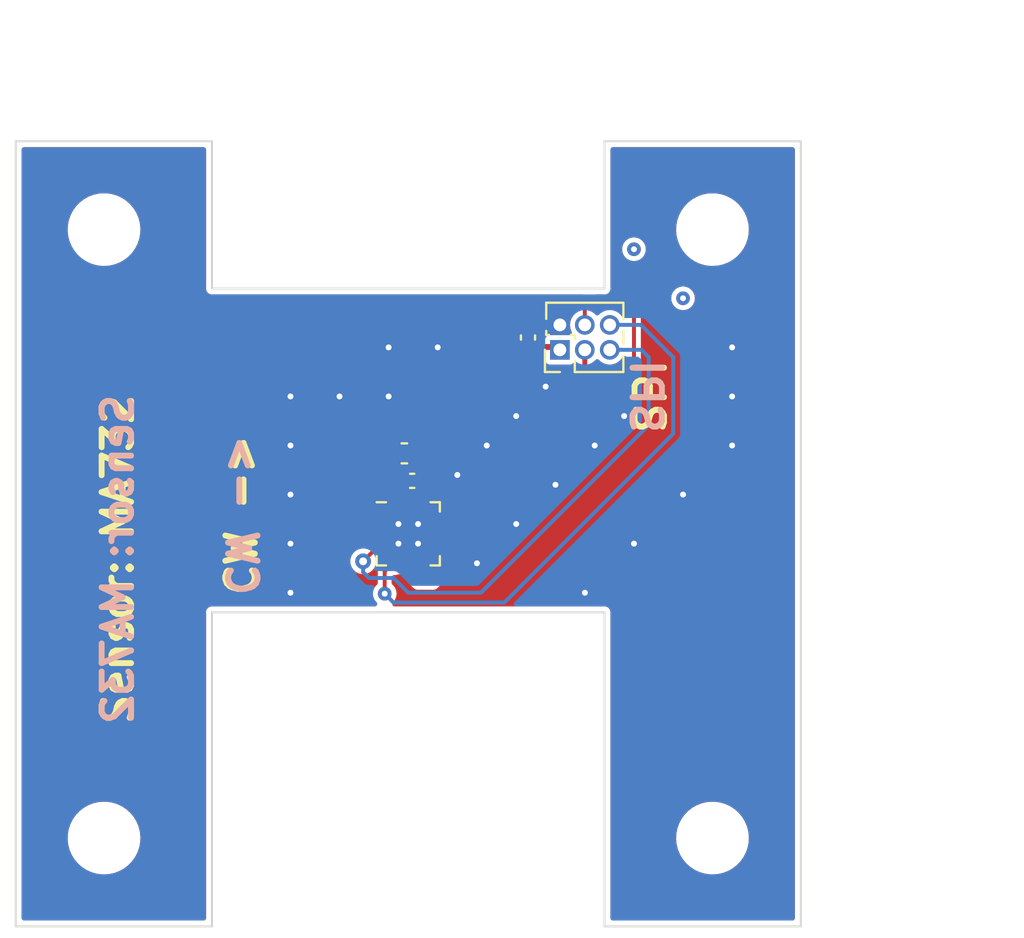
<source format=kicad_pcb>
(kicad_pcb (version 20221018) (generator pcbnew)
  (layers (0 "F.Cu" signal) (31 "B.Cu" signal) (34 "B.Paste" user) (35 "F.Paste" user) (36 "B.SilkS" user "B.Silkscreen") (37 "F.SilkS" user "F.Silkscreen") (38 "B.Mask" user) (39 "F.Mask" user) (44 "Edge.Cuts" user))
  (net 0 "")
  (net 1 "+3V3")
  (net 2 "GNDD")
  (net 3 "SENS_SPI_MOSI")
  (net 4 "SENS_SPI_SCLK")
  (net 5 "SENS_SPI_MISO")
  (net 6 "SENS_SPI_CS")
  (footprint "MountingHole:MountingHole_3.2mm_M3_DIN965" (layer "F.Cu") (at 130.5 76.5)
    (fp_text reference "H1" hide)
    (fp_text value "M3")
    (pad "" np_thru_hole circle (at 0 0) (size 3.2 3.2) (drill 3.2) (layers "*.Cu" "*.Mask"))
  )
  (footprint "MountingHole:MountingHole_3.2mm_M3_DIN965" (layer "F.Cu") (at 161.5 76.5)
    (fp_text reference "H2" hide)
    (fp_text value "M3" hide)
    (pad "" np_thru_hole circle (at 0 0) (size 3.2 3.2) (drill 3.2) (layers "*.Cu" "*.Mask"))
  )
  (footprint "Connector_PinHeader_1.27mm:PinHeader_2x03_P1.27mm_Vertical" (layer "F.Cu") (at 153.725 82.625 90)
    (fp_text reference "JST_SENS1" hide)
    (fp_text value "Conn_01x06_Female" hide)
    (fp_line (start -1.13 -0.76) (end 0 -0.76) (stroke (width 0.12)) (layer "F.SilkS"))
    (fp_line (start -1.13 0) (end -1.13 -0.76) (stroke (width 0.12)) (layer "F.SilkS"))
    (fp_line (start -1.13 0.76) (end -1.13 3.235) (stroke (width 0.12)) (layer "F.SilkS"))
    (fp_line (start -1.13 0.76) (end -0.563471 0.76) (stroke (width 0.12)) (layer "F.SilkS"))
    (fp_line (start -1.13 3.235) (end -0.30753 3.235) (stroke (width 0.12)) (layer "F.SilkS"))
    (fp_line (start 0.30753 3.235) (end 0.96247 3.235) (stroke (width 0.12)) (layer "F.SilkS"))
    (fp_line (start 0.563471 0.76) (end 0.706529 0.76) (stroke (width 0.12)) (layer "F.SilkS"))
    (fp_line (start 0.76 -0.695) (end 0.96247 -0.695) (stroke (width 0.12)) (layer "F.SilkS"))
    (fp_line (start 0.76 -0.563471) (end 0.76 -0.695) (stroke (width 0.12)) (layer "F.SilkS"))
    (fp_line (start 0.76 0.706529) (end 0.76 0.563471) (stroke (width 0.12)) (layer "F.SilkS"))
    (fp_line (start 1.57753 -0.695) (end 2.4 -0.695) (stroke (width 0.12)) (layer "F.SilkS"))
    (fp_line (start 1.57753 3.235) (end 2.4 3.235) (stroke (width 0.12)) (layer "F.SilkS"))
    (fp_line (start 2.4 -0.695) (end 2.4 3.235) (stroke (width 0.12)) (layer "F.SilkS"))
    (pad "1" thru_hole rect (at 0 0 90) (size 1 1) (drill 0.65) (layers "*.Cu" "*.Mask") (net 1 "+3V3"))
    (pad "2" thru_hole oval (at 1.27 0 90) (size 1 1) (drill 0.65) (layers "*.Cu" "*.Mask") (net 2 "GNDD"))
    (pad "3" thru_hole oval (at 0 1.27 90) (size 1 1) (drill 0.65) (layers "*.Cu" "*.Mask") (net 4 "SENS_SPI_SCLK"))
    (pad "4" thru_hole oval (at 1.27 1.27 90) (size 1 1) (drill 0.65) (layers "*.Cu" "*.Mask") (net 5 "SENS_SPI_MISO"))
    (pad "5" thru_hole oval (at 0 2.54 90) (size 1 1) (drill 0.65) (layers "*.Cu" "*.Mask") (net 3 "SENS_SPI_MOSI"))
    (pad "6" thru_hole oval (at 1.27 2.54 90) (size 1 1) (drill 0.65) (layers "*.Cu" "*.Mask") (net 6 "SENS_SPI_CS"))
  )
  (footprint "Capacitor_SMD:C_0603_1608Metric" (layer "F.Cu") (at 145.8 87.9 180)
    (fp_text reference "C_SENS4" hide)
    (fp_text value "1u")
    (fp_line (start -0.14058 -0.51) (end 0.14058 -0.51) (stroke (width 0.12)) (layer "F.SilkS"))
    (fp_line (start -0.14058 0.51) (end 0.14058 0.51) (stroke (width 0.12)) (layer "F.SilkS"))
    (pad "1" smd roundrect (at -0.775 0 180) (size 0.9 0.95) (layers "F.Cu" "F.Paste" "F.Mask") (net 1 "+3V3"))
    (pad "2" smd roundrect (at 0.775 0 180) (size 0.9 0.95) (layers "F.Cu" "F.Paste" "F.Mask") (net 2 "GNDD"))
  )
  (footprint "Capacitor_SMD:C_0402_1005Metric" (layer "F.Cu") (at 146.2 89.3 180)
    (fp_text reference "C_SENS2" hide)
    (fp_text value "100n")
    (fp_line (start -0.107836 -0.36) (end 0.107836 -0.36) (stroke (width 0.12)) (layer "F.SilkS"))
    (fp_line (start -0.107836 0.36) (end 0.107836 0.36) (stroke (width 0.12)) (layer "F.SilkS"))
    (pad "1" smd roundrect (at -0.48 0 180) (size 0.56 0.62) (layers "F.Cu" "F.Paste" "F.Mask") (net 1 "+3V3"))
    (pad "2" smd roundrect (at 0.48 0 180) (size 0.56 0.62) (layers "F.Cu" "F.Paste" "F.Mask") (net 2 "GNDD"))
  )
  (footprint "MountingHole:MountingHole_3.2mm_M3_DIN965" (layer "F.Cu") (at 161.5 107.5)
    (fp_text reference "H4" hide)
    (fp_text value "M3")
    (pad "" np_thru_hole circle (at 0 0) (size 3.2 3.2) (drill 3.2) (layers "*.Cu" "*.Mask"))
  )
  (footprint "MountingHole:MountingHole_3.2mm_M3_DIN965" (layer "F.Cu") (at 130.5 107.5)
    (fp_text reference "H3" hide)
    (fp_text value "M3")
    (pad "" np_thru_hole circle (at 0 0) (size 3.2 3.2) (drill 3.2) (layers "*.Cu" "*.Mask"))
  )
  (footprint "Package_DFN_QFN:QFN-16-1EP_3x3mm_P0.5mm_EP1.75x1.75mm" (layer "F.Cu") (at 146 92)
    (fp_text reference "U1" hide)
    (fp_text value "MA730")
    (fp_line (start -1.61 1.61) (end -1.61 1.135) (stroke (width 0.12)) (layer "F.SilkS"))
    (fp_line (start -1.135 -1.61) (end -1.61 -1.61) (stroke (width 0.12)) (layer "F.SilkS"))
    (fp_line (start -1.135 1.61) (end -1.61 1.61) (stroke (width 0.12)) (layer "F.SilkS"))
    (fp_line (start 1.135 -1.61) (end 1.61 -1.61) (stroke (width 0.12)) (layer "F.SilkS"))
    (fp_line (start 1.135 1.61) (end 1.61 1.61) (stroke (width 0.12)) (layer "F.SilkS"))
    (fp_line (start 1.61 -1.61) (end 1.61 -1.135) (stroke (width 0.12)) (layer "F.SilkS"))
    (fp_line (start 1.61 1.61) (end 1.61 1.135) (stroke (width 0.12)) (layer "F.SilkS"))
    (pad "1" smd roundrect (at -1.4625 -0.75) (size 0.775 0.25) (layers "F.Cu" "F.Paste" "F.Mask"))
    (pad "2" smd roundrect (at -1.4625 -0.25) (size 0.775 0.25) (layers "F.Cu" "F.Paste" "F.Mask"))
    (pad "3" smd roundrect (at -1.4625 0.25) (size 0.775 0.25) (layers "F.Cu" "F.Paste" "F.Mask"))
    (pad "4" smd roundrect (at -1.4625 0.75) (size 0.775 0.25) (layers "F.Cu" "F.Paste" "F.Mask") (net 3 "SENS_SPI_MOSI"))
    (pad "5" smd roundrect (at -0.75 1.4625) (size 0.25 0.775) (layers "F.Cu" "F.Paste" "F.Mask") (net 6 "SENS_SPI_CS"))
    (pad "6" smd roundrect (at -0.25 1.4625) (size 0.25 0.775) (layers "F.Cu" "F.Paste" "F.Mask"))
    (pad "7" smd roundrect (at 0.25 1.4625) (size 0.25 0.775) (layers "F.Cu" "F.Paste" "F.Mask") (net 5 "SENS_SPI_MISO"))
    (pad "8" smd roundrect (at 0.75 1.4625) (size 0.25 0.775) (layers "F.Cu" "F.Paste" "F.Mask") (net 2 "GNDD"))
    (pad "9" smd roundrect (at 1.4625 0.75) (size 0.775 0.25) (layers "F.Cu" "F.Paste" "F.Mask"))
    (pad "10" smd roundrect (at 1.4625 0.25) (size 0.775 0.25) (layers "F.Cu" "F.Paste" "F.Mask") (net 2 "GNDD"))
    (pad "11" smd roundrect (at 1.4625 -0.25) (size 0.775 0.25) (layers "F.Cu" "F.Paste" "F.Mask"))
    (pad "12" smd roundrect (at 1.4625 -0.75) (size 0.775 0.25) (layers "F.Cu" "F.Paste" "F.Mask") (net 4 "SENS_SPI_SCLK"))
    (pad "13" smd roundrect (at 0.75 -1.4625) (size 0.25 0.775) (layers "F.Cu" "F.Paste" "F.Mask") (net 1 "+3V3"))
    (pad "14" smd roundrect (at 0.25 -1.4625) (size 0.25 0.775) (layers "F.Cu" "F.Paste" "F.Mask"))
    (pad "15" smd roundrect (at -0.25 -1.4625) (size 0.25 0.775) (layers "F.Cu" "F.Paste" "F.Mask"))
    (pad "16" smd roundrect (at -0.75 -1.4625) (size 0.25 0.775) (layers "F.Cu" "F.Paste" "F.Mask"))
    (pad "17" smd rect (at 0 0) (size 1.75 1.75) (layers "F.Cu" "F.Mask") (net 2 "GNDD"))
  )
  (footprint "Capacitor_SMD:C_0402_1005Metric" (layer "F.Cu") (at 152.1 82 90)
    (fp_text reference "C_SENS1" hide)
    (fp_text value "100n" hide)
    (fp_line (start -0.107836 -0.36) (end 0.107836 -0.36) (stroke (width 0.12)) (layer "F.SilkS"))
    (fp_line (start -0.107836 0.36) (end 0.107836 0.36) (stroke (width 0.12)) (layer "F.SilkS"))
    (pad "1" smd roundrect (at -0.48 0 90) (size 0.56 0.62) (layers "F.Cu" "F.Paste" "F.Mask") (net 1 "+3V3"))
    (pad "2" smd roundrect (at 0.48 0 90) (size 0.56 0.62) (layers "F.Cu" "F.Paste" "F.Mask") (net 2 "GNDD"))
  )
  (gr_line (start 136 72) (end 126 72) (stroke (width 0.1)) (layer "Edge.Cuts"))
  (gr_line (start 166 112) (end 166 72) (stroke (width 0.1)) (layer "Edge.Cuts"))
  (gr_line (start 136 79.5) (end 156 79.5) (stroke (width 0.1)) (layer "Edge.Cuts"))
  (gr_line (start 156 96) (end 136 96) (stroke (width 0.1)) (layer "Edge.Cuts"))
  (gr_line (start 136 112) (end 126 112) (stroke (width 0.1)) (layer "Edge.Cuts"))
  (gr_line (start 156 112) (end 156 96) (stroke (width 0.1)) (layer "Edge.Cuts"))
  (gr_line (start 166 112) (end 156 112) (stroke (width 0.1)) (layer "Edge.Cuts"))
  (gr_line (start 156 79.5) (end 156 72) (stroke (width 0.1)) (layer "Edge.Cuts"))
  (gr_line (start 156 72) (end 166 72) (stroke (width 0.1)) (layer "Edge.Cuts"))
  (gr_line (start 136 72) (end 136 79.5) (stroke (width 0.1)) (layer "Edge.Cuts"))
  (gr_line (start 126 72) (end 126 112) (stroke (width 0.1)) (layer "Edge.Cuts"))
  (gr_line (start 136 96) (end 136 112) (stroke (width 0.1)) (layer "Edge.Cuts"))
  (gr_text "CW ->" (at 137.5 91.05 -90) (layer "B.SilkS") (effects (font (size 1.5 1.5) (thickness 0.3)) (justify mirror)))
  (gr_text "SPI" (at 158.1 85 -90) (layer "B.SilkS") (effects (font (size 1.5 1.5) (thickness 0.3)) (justify mirror)))
  (gr_text "Sensor: MA732" (at 131.2 93.3 90) (layer "B.SilkS") (effects (font (size 1.5 1.5) (thickness 0.3)) (justify mirror)))
  (gr_text "Sensor: MA732" (at 131.2 93.3 90) (layer "F.SilkS") (effects (font (size 1.5 1.5) (thickness 0.3))))
  (gr_text "CW ->" (at 137.5 91.05 90) (layer "F.SilkS") (effects (font (size 1.5 1.5) (thickness 0.3))))
  (gr_text "SPI" (at 158.35 85 90) (layer "F.SilkS") (effects (font (size 1.5 1.5) (thickness 0.3))))
  (via (at 160 80) (size 0.7) (drill 0.3) (layers "F.Cu" "B.Cu") (net 0))
  (via (at 157.5 77.5) (size 0.7) (drill 0.3) (layers "F.Cu" "B.Cu") (net 0))
  (segment (start 152.1 82.48) (end 153.58 82.48) (width 0.3) (layer "F.Cu") (net 1))
  (segment (start 146.75 90.5375) (end 146.75 89.37) (width 0.3) (layer "F.Cu") (net 1))
  (segment (start 146.575 87.9) (end 146.68 87.9) (width 0.3) (layer "F.Cu") (net 1))
  (segment (start 146.68 89.3) (end 146.68 88.005) (width 0.3) (layer "F.Cu") (net 1))
  (segment (start 146.75 89.37) (end 146.68 89.3) (width 0.3) (layer "F.Cu") (net 1))
  (segment (start 153.58 82.48) (end 153.725 82.625) (width 0.3) (layer "F.Cu") (net 1))
  (segment (start 146.68 87.9) (end 152.1 82.48) (width 0.3) (layer "F.Cu") (net 1))
  (segment (start 146.68 88.005) (end 146.575 87.9) (width 0.3) (layer "F.Cu") (net 1))
  (segment (start 147.4625 92.25) (end 146.25 92.25) (width 0.25) (layer "F.Cu") (net 2))
  (segment (start 145.025 88.605) (end 145.72 89.3) (width 0.3) (layer "F.Cu") (net 2))
  (segment (start 146.5 92.5) (end 146.5 92.5) (width 0.25) (layer "F.Cu") (net 2))
  (segment (start 146.5 92.5) (end 146.5 92.5) (width 0.25) (layer "F.Cu") (net 2))
  (segment (start 145.025 87.9) (end 145.025 88.605) (width 0.3) (layer "F.Cu") (net 2))
  (segment (start 146.5 92.5) (end 146 92) (width 0.25) (layer "F.Cu") (net 2))
  (segment (start 146.75 93.4625) (end 146.75 92.75) (width 0.25) (layer "F.Cu") (net 2))
  (segment (start 146.75 92.75) (end 146.5 92.5) (width 0.25) (layer "F.Cu") (net 2))
  (segment (start 146.25 92.25) (end 146 92) (width 0.25) (layer "F.Cu") (net 2))
  (via (at 140 87.5) (size 0.7) (drill 0.3) (layers "F.Cu" "B.Cu") (net 2))
  (via (at 142.5 85) (size 0.7) (drill 0.3) (layers "F.Cu" "B.Cu") (net 2))
  (via (at 150 87.5) (size 0.7) (drill 0.3) (layers "F.Cu" "B.Cu") (net 2))
  (via (at 157 86) (size 0.7) (drill 0.3) (layers "F.Cu" "B.Cu") (net 2))
  (via (at 157.5 92.5) (size 0.7) (drill 0.3) (layers "F.Cu" "B.Cu") (net 2))
  (via (at 147.5 82.5) (size 0.7) (drill 0.3) (layers "F.Cu" "B.Cu") (net 2))
  (via (at 160 90) (size 0.7) (drill 0.3) (layers "F.Cu" "B.Cu") (net 2))
  (via (at 140 90) (size 0.7) (drill 0.3) (layers "F.Cu" "B.Cu") (net 2))
  (via (at 145.5 92.5) (size 0.7) (drill 0.3) (layers "F.Cu" "B.Cu") (net 2))
  (via (at 145 85) (size 0.7) (drill 0.3) (layers "F.Cu" "B.Cu") (net 2))
  (via (at 155 95) (size 0.7) (drill 0.3) (layers "F.Cu" "B.Cu") (net 2))
  (via (at 140 85) (size 0.7) (drill 0.3) (layers "F.Cu" "B.Cu") (net 2))
  (via (at 145.5 91.5) (size 0.7) (drill 0.3) (layers "F.Cu" "B.Cu") (net 2))
  (via (at 162.5 82.5) (size 0.7) (drill 0.3) (layers "F.Cu" "B.Cu") (net 2))
  (via (at 146.5 92.5) (size 0.7) (drill 0.3) (layers "F.Cu" "B.Cu") (net 2))
  (via (at 145 82.5) (size 0.7) (drill 0.3) (layers "F.Cu" "B.Cu") (net 2))
  (via (at 153 84.5) (size 0.7) (drill 0.3) (layers "F.Cu" "B.Cu") (net 2))
  (via (at 140 95) (size 0.7) (drill 0.3) (layers "F.Cu" "B.Cu") (net 2))
  (via (at 162.5 85) (size 0.7) (drill 0.3) (layers "F.Cu" "B.Cu") (net 2))
  (via (at 149.5 93.5) (size 0.7) (drill 0.3) (layers "F.Cu" "B.Cu") (net 2))
  (via (at 151.5 86) (size 0.7) (drill 0.3) (layers "F.Cu" "B.Cu") (net 2))
  (via (at 155.5 87.5) (size 0.7) (drill 0.3) (layers "F.Cu" "B.Cu") (net 2))
  (via (at 140 92.5) (size 0.7) (drill 0.3) (layers "F.Cu" "B.Cu") (net 2))
  (via (at 153.5 89.5) (size 0.7) (drill 0.3) (layers "F.Cu" "B.Cu") (net 2))
  (via (at 151.5 91.5) (size 0.7) (drill 0.3) (layers "F.Cu" "B.Cu") (net 2))
  (via (at 148.5 89) (size 0.7) (drill 0.3) (layers "F.Cu" "B.Cu") (net 2))
  (via (at 162.5 87.5) (size 0.7) (drill 0.3) (layers "F.Cu" "B.Cu") (net 2))
  (via (at 146.5 91.5) (size 0.7) (drill 0.3) (layers "F.Cu" "B.Cu") (net 2))
  (segment (start 144.5375 92.75) (end 144.35 92.75) (width 0.2) (layer "F.Cu") (net 3))
  (segment (start 144.35 92.75) (end 143.7 93.4) (width 0.2) (layer "F.Cu") (net 3))
  (via (at 143.7 93.4) (size 0.8) (drill 0.4) (layers "F.Cu" "B.Cu") (net 3))
  (segment (start 145.25 94.25) (end 144 94.25) (width 0.2) (layer "B.Cu") (net 3))
  (segment (start 156.265 82.625) (end 157.875 82.625) (width 0.2) (layer "B.Cu") (net 3))
  (segment (start 146 95) (end 145.25 94.25) (width 0.2) (layer "B.Cu") (net 3))
  (segment (start 143.7 93.95) (end 143.7 93.4) (width 0.2) (layer "B.Cu") (net 3))
  (segment (start 158.25 83) (end 158.25 86.45) (width 0.2) (layer "B.Cu") (net 3))
  (segment (start 144 94.25) (end 143.7 93.95) (width 0.2) (layer "B.Cu") (net 3))
  (segment (start 149.7 95) (end 146 95) (width 0.2) (layer "B.Cu") (net 3))
  (segment (start 157.875 82.625) (end 158.25 83) (width 0.2) (layer "B.Cu") (net 3))
  (segment (start 158.25 86.45) (end 149.7 95) (width 0.2) (layer "B.Cu") (net 3))
  (segment (start 148.75 91.25) (end 154.995 85.005) (width 0.25) (layer "F.Cu") (net 4))
  (segment (start 147.4625 91.25) (end 148.75 91.25) (width 0.25) (layer "F.Cu") (net 4))
  (segment (start 154.995 85.005) (end 154.995 82.625) (width 0.25) (layer "F.Cu") (net 4))
  (segment (start 146.25 94.25) (end 146.5 94.5) (width 0.2) (layer "F.Cu") (net 5))
  (segment (start 156.65 79.9) (end 155.6 79.9) (width 0.2) (layer "F.Cu") (net 5))
  (segment (start 157.5 84.25) (end 157.5 80.75) (width 0.2) (layer "F.Cu") (net 5))
  (segment (start 146.5 94.5) (end 147.25 94.5) (width 0.2) (layer "F.Cu") (net 5))
  (segment (start 155.6 79.9) (end 154.995 80.505) (width 0.2) (layer "F.Cu") (net 5))
  (segment (start 154.995 80.505) (end 154.995 81.355) (width 0.2) (layer "F.Cu") (net 5))
  (segment (start 147.25 94.5) (end 157.5 84.25) (width 0.2) (layer "F.Cu") (net 5))
  (segment (start 157.5 80.75) (end 156.65 79.9) (width 0.2) (layer "F.Cu") (net 5))
  (segment (start 146.25 93.4625) (end 146.25 94.25) (width 0.2) (layer "F.Cu") (net 5))
  (segment (start 144.8 93.9125) (end 145.25 93.4625) (width 0.2) (layer "F.Cu") (net 6))
  (segment (start 144.8 95.05) (end 144.8 93.9125) (width 0.2) (layer "F.Cu") (net 6))
  (via (at 144.8 95.05) (size 0.7) (drill 0.3) (layers "F.Cu" "B.Cu") (net 6))
  (segment (start 159.5 86.9) (end 159.5 83) (width 0.2) (layer "B.Cu") (net 6))
  (segment (start 144.8 95.05) (end 145.25 95.5) (width 0.2) (layer "B.Cu") (net 6))
  (segment (start 150.9 95.5) (end 159.5 86.9) (width 0.2) (layer "B.Cu") (net 6))
  (segment (start 157.855 81.355) (end 156.265 81.355) (width 0.2) (layer "B.Cu") (net 6))
  (segment (start 159.5 83) (end 157.855 81.355) (width 0.2) (layer "B.Cu") (net 6))
  (segment (start 145.25 95.5) (end 150.9 95.5) (width 0.2) (layer "B.Cu") (net 6))
  (zone (net 2) (net_name "GNDD") (layers "F&B.Cu") (connect_pads yes (clearance 0.25)) (min_thickness 0.254) (fill yes (thermal_gap 0.508) (thermal_bridge_width 0.508))
    (polygon (pts (xy 167.3 112.6) (xy 125.2 112.6) (xy 125.2 71.4) (xy 167.3 71.4)))
  )
)
</source>
